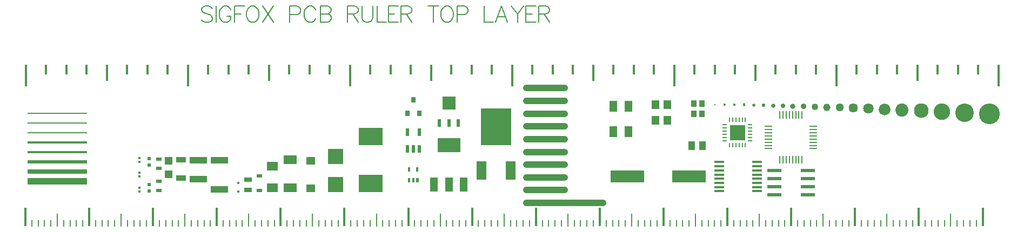
<source format=gtl>
%FSLAX43Y43*%
%MOMM*%
G71*
G01*
G75*
G04 Layer_Physical_Order=1*
G04 Layer_Color=255*
%ADD10R,0.250X0.800*%
%ADD11R,0.800X0.250*%
%ADD12R,1.300X1.200*%
%ADD13R,1.600X0.900*%
%ADD14R,2.800X1.000*%
%ADD15R,2.800X1.000*%
%ADD16R,1.200X1.800*%
%ADD17R,1.200X1.400*%
%ADD18R,0.900X1.050*%
%ADD19R,1.470X1.270*%
%ADD20R,0.830X0.630*%
%ADD21R,0.600X0.500*%
%ADD22R,0.900X0.600*%
%ADD23R,0.300X0.300*%
%ADD24R,0.800X0.900*%
%ADD25R,0.550X1.200*%
%ADD26R,1.143X0.254*%
%ADD27R,0.254X1.143*%
%ADD28R,4.826X5.715*%
%ADD29R,1.600X3.000*%
%ADD30R,2.400X2.400*%
%ADD31R,3.800X2.800*%
%ADD32R,0.400X0.750*%
%ADD33R,1.219X2.235*%
%ADD34R,3.600X2.200*%
%ADD35R,5.334X1.930*%
%ADD36R,2.210X0.610*%
%ADD37R,0.580X1.200*%
%ADD38R,2.000X2.000*%
%ADD39R,1.000X1.400*%
%ADD40C,1.000*%
%ADD41R,0.350X0.350*%
%ADD42R,1.800X1.400*%
%ADD43R,2.100X1.400*%
%ADD44R,1.600X0.350*%
%ADD45R,1.200X0.800*%
%ADD46C,1.000*%
%ADD47C,0.152*%
%ADD48R,2.400X2.400*%
%ADD49R,0.300X3.000*%
%ADD50R,0.200X1.000*%
%ADD51R,0.200X2.000*%
%ADD52R,0.300X3.500*%
%ADD53R,0.300X1.500*%
%ADD54R,0.300X2.500*%
%ADD55R,9.398X1.016*%
%ADD56R,9.398X0.762*%
%ADD57R,9.398X0.610*%
%ADD58R,9.398X0.457*%
%ADD59R,9.398X0.305*%
%ADD60R,9.398X0.254*%
%ADD61R,9.398X0.203*%
%ADD62R,9.398X0.152*%
%ADD63R,0.330X0.686*%
%ADD64R,0.400X0.750*%
%ADD65C,0.321*%
%ADD66C,0.361*%
%ADD67C,0.405*%
%ADD68C,0.455*%
%ADD69C,0.511*%
%ADD70C,0.573*%
%ADD71C,0.644*%
%ADD72C,0.723*%
%ADD73C,0.812*%
%ADD74C,0.912*%
%ADD75C,1.020*%
%ADD76C,1.150*%
%ADD77C,1.290*%
%ADD78C,1.450*%
%ADD79C,1.630*%
%ADD80C,1.830*%
%ADD81C,2.050*%
%ADD82C,2.300*%
%ADD83C,2.590*%
%ADD84C,2.910*%
%ADD85C,3.260*%
D10*
X111526Y16732D02*
D03*
X112026Y16732D02*
D03*
X112526Y16732D02*
D03*
X113026Y16732D02*
D03*
X113526Y16732D02*
D03*
X114026Y16732D02*
D03*
X114026Y12732D02*
D03*
X113526Y12732D02*
D03*
X113026Y12732D02*
D03*
X112526Y12732D02*
D03*
X112026Y12732D02*
D03*
X111526Y12732D02*
D03*
D11*
X114776Y15982D02*
D03*
X114776Y15482D02*
D03*
X114776Y14982D02*
D03*
X114776Y14482D02*
D03*
X114776Y13982D02*
D03*
X114776Y13482D02*
D03*
X110776Y13482D02*
D03*
X110776Y13982D02*
D03*
X110776Y14482D02*
D03*
X110776Y14982D02*
D03*
X110776Y15482D02*
D03*
X110776Y15982D02*
D03*
D12*
X23622Y10321D02*
D03*
X23622Y8221D02*
D03*
D13*
X25578Y10467D02*
D03*
X25578Y7567D02*
D03*
D14*
X28296Y7415D02*
D03*
X28296Y10415D02*
D03*
D15*
X31623Y10428D02*
D03*
X31623Y5828D02*
D03*
D16*
X93313Y14891D02*
D03*
X93313Y18891D02*
D03*
X95713Y18891D02*
D03*
X95713Y14891D02*
D03*
D17*
X99888Y16682D02*
D03*
X99888Y19082D02*
D03*
X101788Y19082D02*
D03*
X101788Y16682D02*
D03*
D18*
X105978Y17696D02*
D03*
X105978Y19286D02*
D03*
X107178Y19286D02*
D03*
X107178Y17696D02*
D03*
D19*
X45872Y6003D02*
D03*
X45872Y10303D02*
D03*
D20*
X37846Y5657D02*
D03*
X37846Y7957D02*
D03*
D21*
X20574Y6596D02*
D03*
X20574Y5596D02*
D03*
X20574Y10660D02*
D03*
X20574Y9660D02*
D03*
D22*
X22098Y7125D02*
D03*
X22098Y5625D02*
D03*
X22098Y10605D02*
D03*
X22098Y9105D02*
D03*
D23*
X19050Y8428D02*
D03*
X19050Y7828D02*
D03*
X19050Y6091D02*
D03*
X19050Y5491D02*
D03*
X19050Y10765D02*
D03*
X19050Y10165D02*
D03*
D24*
X61026Y17796D02*
D03*
X62926Y17796D02*
D03*
X61976Y19896D02*
D03*
D25*
X61026Y12162D02*
D03*
X61976Y12162D02*
D03*
X62926Y12162D02*
D03*
X62926Y14762D02*
D03*
X61026Y14762D02*
D03*
D26*
X117658Y15720D02*
D03*
X117658Y15220D02*
D03*
X117658Y14720D02*
D03*
X117658Y14220D02*
D03*
X117658Y13720D02*
D03*
X117658Y13220D02*
D03*
X117658Y12720D02*
D03*
X117658Y12220D02*
D03*
X124658Y12220D02*
D03*
X124658Y12720D02*
D03*
X124658Y13220D02*
D03*
X124658Y13720D02*
D03*
X124658Y14220D02*
D03*
X124658Y14720D02*
D03*
X124658Y15220D02*
D03*
X124658Y15720D02*
D03*
D27*
X119408Y10470D02*
D03*
X119908Y10470D02*
D03*
X120408Y10470D02*
D03*
X120908Y10470D02*
D03*
X121408Y10470D02*
D03*
X121908Y10470D02*
D03*
X122408Y10470D02*
D03*
X122908Y10470D02*
D03*
X122908Y17470D02*
D03*
X122408Y17470D02*
D03*
X121908Y17470D02*
D03*
X121408Y17470D02*
D03*
X120908Y17470D02*
D03*
X120408Y17470D02*
D03*
X119908Y17470D02*
D03*
X119408Y17470D02*
D03*
D28*
X74930Y15685D02*
D03*
D29*
X77210Y8787D02*
D03*
X72650Y8787D02*
D03*
D30*
X49784Y6563D02*
D03*
X49784Y10963D02*
D03*
D31*
X55347Y14139D02*
D03*
X55347Y6739D02*
D03*
D32*
X61326Y8953D02*
D03*
X62626Y8953D02*
D03*
X62626Y7303D02*
D03*
X61976Y7303D02*
D03*
X61326Y7303D02*
D03*
D33*
X65253Y6553D02*
D03*
X67564Y6553D02*
D03*
X69875Y6553D02*
D03*
D34*
X67564Y12751D02*
D03*
D35*
X105156Y7874D02*
D03*
X95504Y7874D02*
D03*
D36*
X118542Y8763D02*
D03*
X118542Y7493D02*
D03*
X118542Y6223D02*
D03*
X118542Y4953D02*
D03*
X123774Y4953D02*
D03*
X123774Y6223D02*
D03*
X123774Y7493D02*
D03*
X123774Y8763D02*
D03*
D37*
X66064Y16234D02*
D03*
X67564Y16234D02*
D03*
X69064Y16234D02*
D03*
D38*
X67564Y19334D02*
D03*
D39*
X107276Y12700D02*
D03*
X105576Y12700D02*
D03*
D40*
X91694Y3700D02*
D03*
X79694Y3700D02*
D03*
X85694Y5700D02*
D03*
X79694Y5700D02*
D03*
X79694Y7700D02*
D03*
X85694Y7700D02*
D03*
X79694Y9700D02*
D03*
X85694Y9700D02*
D03*
X79694Y11700D02*
D03*
X85694Y11700D02*
D03*
X79694Y13700D02*
D03*
X85694Y13700D02*
D03*
X79694Y15700D02*
D03*
X85694Y15700D02*
D03*
X79694Y17700D02*
D03*
X85694Y17700D02*
D03*
X79694Y19700D02*
D03*
X85694Y19700D02*
D03*
X79694Y21700D02*
D03*
X85694Y21700D02*
D03*
D41*
X34544Y5523D02*
D03*
X34544Y6873D02*
D03*
D42*
X39878Y6047D02*
D03*
X39878Y9447D02*
D03*
D43*
X42672Y6080D02*
D03*
X42672Y10480D02*
D03*
D44*
X109926Y10099D02*
D03*
X109926Y9449D02*
D03*
X109926Y8799D02*
D03*
X109926Y8149D02*
D03*
X109926Y7499D02*
D03*
X109926Y6849D02*
D03*
X109926Y6199D02*
D03*
X109926Y5549D02*
D03*
X115826Y5549D02*
D03*
X115826Y6199D02*
D03*
X115826Y6849D02*
D03*
X115826Y7499D02*
D03*
X115826Y8149D02*
D03*
X115826Y8799D02*
D03*
X115826Y9449D02*
D03*
X115826Y10099D02*
D03*
D45*
X36068Y7353D02*
D03*
X36068Y5753D02*
D03*
D46*
X79694Y3700D02*
X91694Y3700D01*
X79694Y5700D02*
X85694Y5700D01*
X79694Y7700D02*
X85694Y7700D01*
X79694Y11700D02*
X85694Y11700D01*
X79694Y9700D02*
X85694Y9700D01*
X79694Y17700D02*
X85694Y17700D01*
X79694Y19700D02*
X85694Y19700D01*
X79694Y15700D02*
X85694Y15700D01*
X79694Y13700D02*
X85694Y13700D01*
X79694Y21700D02*
X85694Y21700D01*
D47*
X30497Y34227D02*
X30255Y34469D01*
X29892Y34590D01*
X29409Y34590D01*
X29046Y34469D01*
X28804Y34227D01*
X28804Y33985D01*
X28925Y33743D01*
X29046Y33622D01*
X29288Y33501D01*
X30013Y33259D01*
X30255Y33138D01*
X30376Y33018D01*
X30497Y32776D01*
X30497Y32413D01*
X30255Y32171D01*
X29892Y32050D01*
X29409Y32050D01*
X29046Y32171D01*
X28804Y32413D01*
X31065Y34590D02*
X31065Y32050D01*
X33411Y33985D02*
X33290Y34227D01*
X33049Y34469D01*
X32807Y34590D01*
X32323Y34590D01*
X32081Y34469D01*
X31839Y34227D01*
X31718Y33985D01*
X31597Y33622D01*
X31597Y33018D01*
X31718Y32655D01*
X31839Y32413D01*
X32081Y32171D01*
X32323Y32050D01*
X32807Y32050D01*
X33049Y32171D01*
X33290Y32413D01*
X33411Y32655D01*
X33411Y33018D01*
X32807Y33018D02*
X33411Y33018D01*
X33992Y34590D02*
X33992Y32050D01*
X33992Y34590D02*
X35564Y34590D01*
X33992Y33380D02*
X34959Y33380D01*
X36580Y34590D02*
X36338Y34469D01*
X36096Y34227D01*
X35975Y33985D01*
X35854Y33622D01*
X35854Y33018D01*
X35975Y32655D01*
X36096Y32413D01*
X36338Y32171D01*
X36580Y32050D01*
X37063Y32050D01*
X37305Y32171D01*
X37547Y32413D01*
X37668Y32655D01*
X37789Y33018D01*
X37789Y33622D01*
X37668Y33985D01*
X37547Y34227D01*
X37305Y34469D01*
X37063Y34590D01*
X36580Y34590D01*
X38381Y34590D02*
X40074Y32050D01*
X40074Y34590D02*
X38381Y32050D01*
X42638Y33259D02*
X43726Y33259D01*
X44089Y33380D01*
X44210Y33501D01*
X44331Y33743D01*
X44331Y34106D01*
X44210Y34348D01*
X44089Y34469D01*
X43726Y34590D01*
X42638Y34590D01*
X42638Y32050D01*
X46713Y33985D02*
X46592Y34227D01*
X46350Y34469D01*
X46109Y34590D01*
X45625Y34590D01*
X45383Y34469D01*
X45141Y34227D01*
X45020Y33985D01*
X44899Y33622D01*
X44899Y33018D01*
X45020Y32655D01*
X45141Y32413D01*
X45383Y32171D01*
X45625Y32050D01*
X46109Y32050D01*
X46350Y32171D01*
X46592Y32413D01*
X46713Y32655D01*
X47427Y34590D02*
X47427Y32050D01*
X47427Y34590D02*
X48515Y34590D01*
X48878Y34469D01*
X48999Y34348D01*
X49120Y34106D01*
X49120Y33864D01*
X48999Y33622D01*
X48878Y33501D01*
X48515Y33380D01*
X47427Y33380D02*
X48515Y33380D01*
X48878Y33259D01*
X48999Y33138D01*
X49120Y32897D01*
X49120Y32534D01*
X48999Y32292D01*
X48878Y32171D01*
X48515Y32050D01*
X47427Y32050D01*
X51683Y34590D02*
X51683Y32050D01*
X51683Y34590D02*
X52772Y34590D01*
X53134Y34469D01*
X53255Y34348D01*
X53376Y34106D01*
X53376Y33864D01*
X53255Y33622D01*
X53134Y33501D01*
X52772Y33380D01*
X51683Y33380D01*
X52530Y33380D02*
X53376Y32050D01*
X53945Y34590D02*
X53945Y32776D01*
X54066Y32413D01*
X54307Y32171D01*
X54670Y32050D01*
X54912Y32050D01*
X55275Y32171D01*
X55517Y32413D01*
X55638Y32776D01*
X55638Y34590D01*
X56339Y34590D02*
X56339Y32050D01*
X57790Y32050D01*
X59640Y34590D02*
X58068Y34590D01*
X58068Y32050D01*
X59640Y32050D01*
X58068Y33380D02*
X59036Y33380D01*
X60063Y34590D02*
X60063Y32050D01*
X60063Y34590D02*
X61152Y34590D01*
X61515Y34469D01*
X61636Y34348D01*
X61756Y34106D01*
X61756Y33864D01*
X61636Y33622D01*
X61515Y33501D01*
X61152Y33380D01*
X60063Y33380D01*
X60910Y33380D02*
X61756Y32050D01*
X65167Y34590D02*
X65167Y32050D01*
X64320Y34590D02*
X66013Y34590D01*
X67041Y34590D02*
X66799Y34469D01*
X66557Y34227D01*
X66436Y33985D01*
X66315Y33622D01*
X66315Y33018D01*
X66436Y32655D01*
X66557Y32413D01*
X66799Y32171D01*
X67041Y32050D01*
X67525Y32050D01*
X67767Y32171D01*
X68008Y32413D01*
X68129Y32655D01*
X68250Y33018D01*
X68250Y33622D01*
X68129Y33985D01*
X68008Y34227D01*
X67767Y34469D01*
X67525Y34590D01*
X67041Y34590D01*
X68843Y33259D02*
X69931Y33259D01*
X70294Y33380D01*
X70415Y33501D01*
X70536Y33743D01*
X70536Y34106D01*
X70415Y34348D01*
X70294Y34469D01*
X69931Y34590D01*
X68843Y34590D01*
X68843Y32050D01*
X73099Y34590D02*
X73099Y32050D01*
X74550Y32050D01*
X76763Y32050D02*
X75796Y34590D01*
X74829Y32050D01*
X75191Y32897D02*
X76401Y32897D01*
X77356Y34590D02*
X78323Y33380D01*
X78323Y32050D01*
X79291Y34590D02*
X78323Y33380D01*
X81189Y34590D02*
X79617Y34590D01*
X79617Y32050D01*
X81189Y32050D01*
X79617Y33380D02*
X80585Y33380D01*
X81613Y34590D02*
X81613Y32050D01*
X81613Y34590D02*
X82701Y34590D01*
X83064Y34469D01*
X83185Y34348D01*
X83306Y34106D01*
X83306Y33864D01*
X83185Y33622D01*
X83064Y33501D01*
X82701Y33380D01*
X81613Y33380D01*
X82459Y33380D02*
X83306Y32050D01*
D48*
X112776Y14732D02*
D03*
D49*
X151200Y1500D02*
D03*
X141200Y1500D02*
D03*
X141200Y1500D02*
D03*
X131200Y1500D02*
D03*
D03*
X121200Y1500D02*
D03*
D03*
X111200Y1500D02*
D03*
D03*
X101200Y1500D02*
D03*
D03*
X91200Y1500D02*
D03*
D03*
X81200Y1500D02*
D03*
D03*
X71200Y1500D02*
D03*
D03*
X61200Y1500D02*
D03*
D03*
X51200Y1500D02*
D03*
D03*
X41200Y1500D02*
D03*
D03*
X31200Y1500D02*
D03*
X31200Y1500D02*
D03*
X21200Y1500D02*
D03*
X21200Y1500D02*
D03*
X11200Y1500D02*
D03*
X11200Y1500D02*
D03*
X1200Y1500D02*
D03*
D50*
X150200Y500D02*
D03*
X149200Y500D02*
D03*
X148200Y500D02*
D03*
X147200Y500D02*
D03*
X145200Y500D02*
D03*
X144200Y500D02*
D03*
X143200Y500D02*
D03*
X142200Y500D02*
D03*
X140200Y500D02*
D03*
X139200Y500D02*
D03*
X138200Y500D02*
D03*
X137200Y500D02*
D03*
X135200Y500D02*
D03*
X134200Y500D02*
D03*
X133200Y500D02*
D03*
X132200Y500D02*
D03*
X130200Y500D02*
D03*
X129200Y500D02*
D03*
X128200Y500D02*
D03*
X127200Y500D02*
D03*
X125200Y500D02*
D03*
X124200Y500D02*
D03*
X123200Y500D02*
D03*
X122200Y500D02*
D03*
X120200Y500D02*
D03*
X119200Y500D02*
D03*
X118200Y500D02*
D03*
X117200Y500D02*
D03*
X115200Y500D02*
D03*
X114200Y500D02*
D03*
X113200Y500D02*
D03*
X112200Y500D02*
D03*
X110200Y500D02*
D03*
X109200Y500D02*
D03*
X108200Y500D02*
D03*
X107200Y500D02*
D03*
X105200Y500D02*
D03*
X104200Y500D02*
D03*
X103200Y500D02*
D03*
X102200Y500D02*
D03*
X100200Y500D02*
D03*
X99200Y500D02*
D03*
X98200Y500D02*
D03*
X97200Y500D02*
D03*
X95200Y500D02*
D03*
X94200Y500D02*
D03*
X93200Y500D02*
D03*
X92200Y500D02*
D03*
X90200Y500D02*
D03*
X89200Y500D02*
D03*
X88200Y500D02*
D03*
X87200Y500D02*
D03*
X85200Y500D02*
D03*
X84200Y500D02*
D03*
X83200Y500D02*
D03*
X82200Y500D02*
D03*
X80200Y500D02*
D03*
X79200Y500D02*
D03*
X78200Y500D02*
D03*
X77200Y500D02*
D03*
X75200Y500D02*
D03*
X74200Y500D02*
D03*
X73200Y500D02*
D03*
X72200Y500D02*
D03*
X70200Y500D02*
D03*
X69200Y500D02*
D03*
X68200Y500D02*
D03*
X67200Y500D02*
D03*
X65200Y500D02*
D03*
X64200Y500D02*
D03*
X63200Y500D02*
D03*
X62200Y500D02*
D03*
X60200Y500D02*
D03*
X59200Y500D02*
D03*
X58200Y500D02*
D03*
X57200Y500D02*
D03*
X55200Y500D02*
D03*
X54200Y500D02*
D03*
X53200Y500D02*
D03*
X52200Y500D02*
D03*
X50200Y500D02*
D03*
X49200Y500D02*
D03*
X48200Y500D02*
D03*
X47200Y500D02*
D03*
X45200Y500D02*
D03*
X44200Y500D02*
D03*
X43200Y500D02*
D03*
X42200Y500D02*
D03*
X40200Y500D02*
D03*
X39200Y500D02*
D03*
X38200Y500D02*
D03*
X37200Y500D02*
D03*
X35200Y500D02*
D03*
X34200Y500D02*
D03*
X33200Y500D02*
D03*
X32200Y500D02*
D03*
X30200Y500D02*
D03*
X29200Y500D02*
D03*
X28200Y500D02*
D03*
X27200Y500D02*
D03*
X25200Y500D02*
D03*
X24200Y500D02*
D03*
X23200Y500D02*
D03*
X22200Y500D02*
D03*
X20200Y500D02*
D03*
X19200Y500D02*
D03*
X18200Y500D02*
D03*
X17200Y500D02*
D03*
X15200Y500D02*
D03*
X14200Y500D02*
D03*
X13200Y500D02*
D03*
X12200Y500D02*
D03*
X10200Y500D02*
D03*
X9200Y500D02*
D03*
X8200Y500D02*
D03*
X7200Y500D02*
D03*
X5200Y500D02*
D03*
X4200Y500D02*
D03*
X3200Y500D02*
D03*
X2200Y500D02*
D03*
D51*
X146200Y1000D02*
D03*
X136200Y1000D02*
D03*
X126200Y1000D02*
D03*
X116200Y1000D02*
D03*
X106200Y1000D02*
D03*
X96200Y1000D02*
D03*
X86200Y1000D02*
D03*
X76200Y1000D02*
D03*
X66200Y1000D02*
D03*
X56200Y1000D02*
D03*
X46200Y1000D02*
D03*
X36200Y1000D02*
D03*
X26200Y1000D02*
D03*
X16200Y1000D02*
D03*
X6200Y1000D02*
D03*
D52*
X128270Y23650D02*
D03*
X153670Y23650D02*
D03*
X102870Y23650D02*
D03*
X128270Y23650D02*
D03*
X77470Y23650D02*
D03*
X102870Y23650D02*
D03*
X52070Y23650D02*
D03*
X77470Y23650D02*
D03*
X26670Y23650D02*
D03*
X52070Y23650D02*
D03*
X1270Y23650D02*
D03*
X26670Y23650D02*
D03*
D53*
X131445Y24650D02*
D03*
X134620Y24650D02*
D03*
X137795Y24650D02*
D03*
X144145Y24650D02*
D03*
X147320Y24650D02*
D03*
X150495Y24650D02*
D03*
X106045Y24650D02*
D03*
X109220Y24650D02*
D03*
X112395Y24650D02*
D03*
X118745Y24650D02*
D03*
X121920Y24650D02*
D03*
X125095Y24650D02*
D03*
X80645Y24650D02*
D03*
X83820Y24650D02*
D03*
X86995Y24650D02*
D03*
X93345Y24650D02*
D03*
X96520Y24650D02*
D03*
X99695Y24650D02*
D03*
X55245Y24650D02*
D03*
X58420Y24650D02*
D03*
X61595Y24650D02*
D03*
X67945Y24650D02*
D03*
X71120Y24650D02*
D03*
X74295Y24650D02*
D03*
X29845Y24650D02*
D03*
X33020Y24650D02*
D03*
X36195Y24650D02*
D03*
X42545Y24650D02*
D03*
X45720Y24650D02*
D03*
X48895Y24650D02*
D03*
X4445Y24650D02*
D03*
X7620Y24650D02*
D03*
X10795Y24650D02*
D03*
X17145Y24650D02*
D03*
X20320Y24650D02*
D03*
X23495Y24650D02*
D03*
D54*
X140970Y24150D02*
D03*
X115570Y24150D02*
D03*
X90170Y24150D02*
D03*
X64770Y24150D02*
D03*
X39370Y24150D02*
D03*
X13970Y24150D02*
D03*
D55*
X6223Y7112D02*
D03*
D56*
X6223Y8636D02*
D03*
D57*
X6223Y10135D02*
D03*
D58*
X6223Y11684D02*
D03*
D59*
X6223Y13208D02*
D03*
D60*
X6223Y14732D02*
D03*
D61*
X6223Y16256D02*
D03*
D62*
X6223Y17780D02*
D03*
D63*
X62649Y7302D02*
D03*
X61976Y7302D02*
D03*
X61303Y7302D02*
D03*
D64*
X62626Y8953D02*
D03*
X61326Y8953D02*
D03*
D65*
X109220Y19143D02*
D03*
D66*
X110744Y19124D02*
D03*
D67*
X112268Y19102D02*
D03*
D68*
X113792Y19076D02*
D03*
D69*
X115316Y19049D02*
D03*
D70*
X116840Y19017D02*
D03*
D71*
X118364Y18982D02*
D03*
D72*
X119888Y18943D02*
D03*
D73*
X121455Y18898D02*
D03*
D74*
X123118Y18848D02*
D03*
D75*
X124883Y18794D02*
D03*
D76*
X126769Y18729D02*
D03*
D77*
X128788Y18659D02*
D03*
D78*
X130959Y18579D02*
D03*
D79*
X133298Y18489D02*
D03*
D80*
X135829Y18389D02*
D03*
D81*
X138568Y18279D02*
D03*
D82*
X141544Y18154D02*
D03*
D83*
X144788Y18009D02*
D03*
D84*
X148339Y17849D02*
D03*
D85*
X152223Y17674D02*
D03*
M02*

</source>
